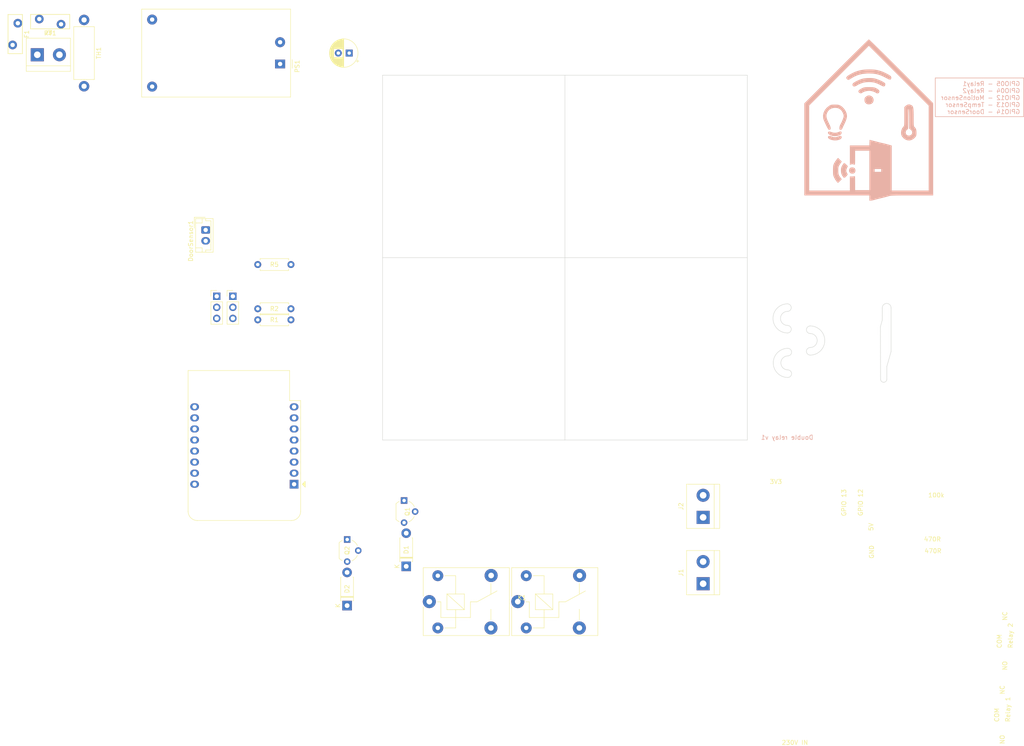
<source format=kicad_pcb>
(kicad_pcb (version 20221018) (generator pcbnew)
  (layers (0 "F.Cu" signal) (31 "B.Cu" signal) (34 "B.Paste" user) (35 "F.Paste" user) (36 "B.SilkS" user "B.Silkscreen") (37 "F.SilkS" user "F.Silkscreen") (38 "B.Mask" user) (39 "F.Mask" user) (44 "Edge.Cuts" user))
  (net 0 "")
  (net 2 "/Relay1_NO")
  (net 3 "Net-(J3-Pin_1)")
  (net 4 "Net-(PS1-AC{slash}N)")
  (net 5 "GND")
  (net 6 "/Door_Sensor")
  (net 7 "+5V")
  (net 8 "/Temp_Sensor")
  (net 9 "/Relay1")
  (net 10 "/Relay2")
  (net 15 "+3.3V")
  (net 16 "/Motion_Sensor")
  (net 20 "Net-(D1-A)")
  (net 21 "Net-(Q1-B)")
  (net 22 "Net-(D2-A)")
  (net 23 "Net-(Q2-B)")
  (net 24 "/Relay1_COM")
  (net 25 "/Relay2_COM")
  (net 26 "/Relay2_NO")
  (net 27 "Net-(PS1-AC{slash}L)")
  (net 28 "Net-(J3-Pin_2)")
  (footprint "TerminalBlock:TerminalBlock_bornier-2_P5.08mm" (layer "F.Cu") (at -18.362043 20.705055)
    (fp_text reference "J3" (at 2.54 -5.08) (layer "F.SilkS"))
    (fp_text value "Screw_Terminal_01x02")
    (pad "1" thru_hole rect (at 0 0) (size 3 3) (drill 1.52) (layers "*.Cu" "*.Mask") (net 3 "Net-(J3-Pin_1)"))
    (pad "2" thru_hole circle (at 5.08 0) (size 3 3) (drill 1.52) (layers "*.Cu" "*.Mask") (net 28 "Net-(J3-Pin_2)"))
  )
  (footprint "Diode_THT:D_DO-41_SOD81_P7.62mm_Horizontal" (layer "F.Cu") (at 66.40025 138.248629 90)
    (fp_text reference "D1" (at 3.81 0 90) (layer "F.SilkS"))
    (fp_text value "1N4001")
    (fp_text user "K" (at 0 -2.1 90) (layer "F.SilkS"))
    (pad "1" thru_hole rect (at 0 0 90) (size 2.2 2.2) (drill 1.1) (layers "*.Cu" "*.Mask") (net 7 "+5V"))
    (pad "2" thru_hole oval (at 7.62 0 90) (size 2.2 2.2) (drill 1.1) (layers "*.Cu" "*.Mask") (net 20 "Net-(D1-A)"))
  )
  (footprint "TerminalBlock:TerminalBlock_bornier-2_P5.08mm" (layer "F.Cu") (at 134.62 142.24 90)
    (fp_text reference "J1" (at 2.54 -5.08 90) (layer "F.SilkS"))
    (fp_text value "Screw_Terminal_01x02")
    (pad "1" thru_hole rect (at 0 0 90) (size 3 3) (drill 1.52) (layers "*.Cu" "*.Mask") (net 2 "/Relay1_NO"))
    (pad "2" thru_hole circle (at 5.08 0 90) (size 3 3) (drill 1.52) (layers "*.Cu" "*.Mask") (net 24 "/Relay1_COM"))
  )
  (footprint "Package_TO_SOT_THT:TO-92_Wide" (layer "F.Cu") (at 65.910251 123.124676 -90)
    (fp_text reference "Q1" (at 2.54 -0.77 90) (layer "F.SilkS"))
    (fp_text value "2N3904")
    (pad "1" thru_hole rect (at 0 0 270) (size 1.5 1.5) (drill 0.8) (layers "*.Cu" "*.Mask") (net 5 "GND"))
    (pad "2" thru_hole circle (at 2.54 -2.54 270) (size 1.5 1.5) (drill 0.8) (layers "*.Cu" "*.Mask") (net 21 "Net-(Q1-B)"))
    (pad "3" thru_hole circle (at 5.08 0 270) (size 1.5 1.5) (drill 0.8) (layers "*.Cu" "*.Mask") (net 20 "Net-(D1-A)"))
  )
  (footprint "Capacitor_THT:CP_Radial_D6.3mm_P2.50mm" (layer "F.Cu") (at 53.3 20.32 180)
    (fp_text reference "C1" hide)
    (fp_text value "470uF")
    (pad "1" thru_hole rect (at 0 0 180) (size 1.6 1.6) (drill 0.8) (layers "*.Cu" "*.Mask") (net 7 "+5V"))
    (pad "2" thru_hole circle (at 2.5 0 180) (size 1.6 1.6) (drill 0.8) (layers "*.Cu" "*.Mask") (net 5 "GND"))
  )
  (footprint "Various_Custom_Parts:resetable_fuse_D9mm_W3.3mm_P5mm" (layer "F.Cu") (at -24.036861 18.455948 90)
    (fp_text reference "F1" (at 2.5 3.25 90) (layer "F.SilkS"))
    (fp_text value "fuse 250V 2A")
    (pad "1" thru_hole circle (at 0 0 90) (size 2 2) (drill 1) (layers "*.Cu" "*.Mask") (net 3 "Net-(J3-Pin_1)"))
    (pad "2" thru_hole circle (at 5 1.2 90) (size 2 2) (drill 1) (layers "*.Cu" "*.Mask") (net 27 "Net-(PS1-AC{slash}L)"))
  )
  (footprint "Resistor_THT:R_Axial_DIN0207_L6.3mm_D2.5mm_P7.62mm_Horizontal" (layer "F.Cu") (at 32.294032 79.065783)
    (fp_text reference "R2" (at 3.81 0) (layer "F.SilkS"))
    (fp_text value "470R")
    (pad "1" thru_hole circle (at 0 0) (size 1.6 1.6) (drill 0.8) (layers "*.Cu" "*.Mask") (net 23 "Net-(Q2-B)"))
    (pad "2" thru_hole oval (at 7.62 0) (size 1.6 1.6) (drill 0.8) (layers "*.Cu" "*.Mask") (net 10 "/Relay2"))
  )
  (footprint "Various_Custom_Parts:resetable_fuse_D9mm_W3.3mm_P5mm" (layer "F.Cu") (at -17.908844 12.488604)
    (fp_text reference "RV1" (at 2.5 3.25) (layer "F.SilkS"))
    (fp_text value "7D391K")
    (pad "1" thru_hole circle (at 0 0) (size 2 2) (drill 1) (layers "*.Cu" "*.Mask") (net 27 "Net-(PS1-AC{slash}L)"))
    (pad "2" thru_hole circle (at 5 1.2) (size 2 2) (drill 1) (layers "*.Cu" "*.Mask") (net 4 "Net-(PS1-AC{slash}N)"))
  )
  (footprint "Relay_THT:Relay_SPDT_SANYOU_SRD_Series_Form_C" (layer "F.Cu") (at 71.71 146.35)
    (fp_text reference "K2" hide)
    (fp_text value "SANYOU_SRD_Form_C")
    (pad "1" thru_hole circle (at 0 0 90) (size 3 3) (drill 1.3) (layers "*.Cu" "*.Mask") (net 25 "/Relay2_COM"))
    (pad "2" thru_hole circle (at 1.95 6.05 90) (size 2.5 2.5) (drill 1) (layers "*.Cu" "*.Mask") (net 7 "+5V"))
    (pad "3" thru_hole circle (at 14.15 6.05 90) (size 3 3) (drill 1.3) (layers "*.Cu" "*.Mask") (net 26 "/Relay2_NO"))
    (pad "4" thru_hole circle (at 14.2 -6 90) (size 3 3) (drill 1.3) (layers "*.Cu" "*.Mask"))
    (pad "5" thru_hole circle (at 1.95 -5.95 90) (size 2.5 2.5) (drill 1) (layers "*.Cu" "*.Mask") (net 22 "Net-(D2-A)"))
  )
  (footprint "Relay_THT:Relay_SPDT_SANYOU_SRD_Series_Form_C" (layer "F.Cu") (at 92.03 146.35)
    (fp_text reference "K1" (at 0.967221 -0.875574) (layer "F.SilkS"))
    (fp_text value "SANYOU_SRD_Form_C")
    (pad "1" thru_hole circle (at 0 0 90) (size 3 3) (drill 1.3) (layers "*.Cu" "*.Mask") (net 24 "/Relay1_COM"))
    (pad "2" thru_hole circle (at 1.95 6.05 90) (size 2.5 2.5) (drill 1) (layers "*.Cu" "*.Mask") (net 7 "+5V"))
    (pad "3" thru_hole circle (at 14.15 6.05 90) (size 3 3) (drill 1.3) (layers "*.Cu" "*.Mask") (net 2 "/Relay1_NO"))
    (pad "4" thru_hole circle (at 14.2 -6 90) (size 3 3) (drill 1.3) (layers "*.Cu" "*.Mask"))
    (pad "5" thru_hole circle (at 1.95 -5.95 90) (size 2.5 2.5) (drill 1) (layers "*.Cu" "*.Mask") (net 20 "Net-(D1-A)"))
  )
  (footprint "Diode_THT:D_DO-41_SOD81_P7.62mm_Horizontal" (layer "F.Cu") (at 52.814652 147.265221 90)
    (fp_text reference "D2" (at 3.81 0 90) (layer "F.SilkS"))
    (fp_text value "1N4001")
    (fp_text user "K" (at 0 -2.1 90) (layer "F.SilkS"))
    (pad "1" thru_hole rect (at 0 0 90) (size 2.2 2.2) (drill 1.1) (layers "*.Cu" "*.Mask") (net 7 "+5V"))
    (pad "2" thru_hole oval (at 7.62 0 90) (size 2.2 2.2) (drill 1.1) (layers "*.Cu" "*.Mask") (net 22 "Net-(D2-A)"))
  )
  (footprint "Connector_PinHeader_2.54mm:PinHeader_1x03_P2.54mm_Vertical" (layer "F.Cu") (at 26.570234 76.2)
    (fp_text reference "MotionSensor1" hide)
    (fp_text value "Conn_01x03_Pin" hide)
    (pad "1" thru_hole rect (at 0 0) (size 1.7 1.7) (drill 1) (layers "*.Cu" "*.Mask") (net 7 "+5V"))
    (pad "2" thru_hole oval (at 0 2.54) (size 1.7 1.7) (drill 1) (layers "*.Cu" "*.Mask") (net 16 "/Motion_Sensor"))
    (pad "3" thru_hole oval (at 0 5.08) (size 1.7 1.7) (drill 1) (layers "*.Cu" "*.Mask") (net 5 "GND"))
  )
  (footprint "Resistor_THT:R_Axial_DIN0207_L6.3mm_D2.5mm_P7.62mm_Horizontal" (layer "F.Cu") (at 32.294032 81.605783)
    (fp_text reference "R1" (at 3.81 0) (layer "F.SilkS"))
    (fp_text value "470R")
    (pad "1" thru_hole circle (at 0 0) (size 1.6 1.6) (drill 0.8) (layers "*.Cu" "*.Mask") (net 21 "Net-(Q1-B)"))
    (pad "2" thru_hole oval (at 7.62 0) (size 1.6 1.6) (drill 0.8) (layers "*.Cu" "*.Mask") (net 9 "/Relay1"))
  )
  (footprint "Resistor_THT:R_Axial_DIN0414_L11.9mm_D4.5mm_P15.24mm_Horizontal" (layer "F.Cu") (at -7.62 12.7 -90)
    (fp_text reference "TH1" (at 7.62 -3.37 90) (layer "F.SilkS"))
    (fp_text value "Thermistor")
    (pad "1" thru_hole circle (at 0 0 270) (size 2.4 2.4) (drill 1.2) (layers "*.Cu" "*.Mask") (net 4 "Net-(PS1-AC{slash}N)"))
    (pad "2" thru_hole oval (at 15.24 0 270) (size 2.4 2.4) (drill 1.2) (layers "*.Cu" "*.Mask") (net 28 "Net-(J3-Pin_2)"))
  )
  (footprint "Package_TO_SOT_THT:TO-92_Wide" (layer "F.Cu") (at 52.84 132.08 -90)
    (fp_text reference "Q2" (at 2.54 0 90) (layer "F.SilkS"))
    (fp_text value "2N3904")
    (pad "1" thru_hole rect (at 0 0 270) (size 1.5 1.5) (drill 0.8) (layers "*.Cu" "*.Mask") (net 5 "GND"))
    (pad "2" thru_hole circle (at 2.54 -2.54 270) (size 1.5 1.5) (drill 0.8) (layers "*.Cu" "*.Mask") (net 23 "Net-(Q2-B)"))
    (pad "3" thru_hole circle (at 5.08 0 270) (size 1.5 1.5) (drill 0.8) (layers "*.Cu" "*.Mask") (net 22 "Net-(D2-A)"))
  )
  (footprint "Resistor_THT:R_Axial_DIN0207_L6.3mm_D2.5mm_P7.62mm_Horizontal" (layer "F.Cu") (at 39.914032 68.905783 180)
    (fp_text reference "R5" (at 3.81 0) (layer "F.SilkS"))
    (fp_text value "100k")
    (pad "1" thru_hole circle (at 0 0 180) (size 1.6 1.6) (drill 0.8) (layers "*.Cu" "*.Mask") (net 6 "/Door_Sensor"))
    (pad "2" thru_hole oval (at 7.62 0 180) (size 1.6 1.6) (drill 0.8) (layers "*.Cu" "*.Mask") (net 5 "GND"))
  )
  (footprint "Connector_JST:JST_EH_B2B-EH-A_1x02_P2.50mm_Vertical" (layer "F.Cu") (at 20.32 60.96 -90)
    (fp_text reference "DoorSensor1" (at 2.54 3.43197 90) (layer "F.SilkS"))
    (fp_text value "Conn_01x02_Pin" hide)
    (pad "1" thru_hole roundrect (at 0 0 270) (size 1.7 2) (drill 1) (layers "*.Cu" "*.Mask") (roundrect_rratio 0.1470588235) (net 15 "+3.3V"))
    (pad "2" thru_hole oval (at 2.5 0 270) (size 1.7 2) (drill 1) (layers "*.Cu" "*.Mask") (net 6 "/Door_Sensor"))
  )
  (footprint "Converter_ACDC:Converter_ACDC_HiLink_HLK-PMxx" (layer "F.Cu") (at 37.4225 22.82 180)
    (fp_text reference "PS1" (at -3.94 -0.55 90) (layer "F.SilkS"))
    (fp_text value "HLK-PM01")
    (pad "1" thru_hole rect (at 0 0 180) (size 2.3 2) (drill 1) (layers "*.Cu" "*.Mask") (net 27 "Net-(PS1-AC{slash}L)"))
    (pad "2" thru_hole circle (at 0 5 180) (size 2.3 2.3) (drill 1) (layers "*.Cu" "*.Mask") (net 4 "Net-(PS1-AC{slash}N)"))
    (pad "3" thru_hole circle (at 29.4 -5.2 180) (size 2.3 2.3) (drill 1) (layers "*.Cu" "*.Mask") (net 5 "GND"))
    (pad "4" thru_hole circle (at 29.4 10.2 180) (size 2.3 2.3) (drill 1) (layers "*.Cu" "*.Mask") (net 7 "+5V"))
  )
  (footprint "Module:WEMOS_D1_mini_light" (layer "F.Cu") (at 40.64 119.38 180)
    (fp_text reference "U1" hide)
    (fp_text value "WeMos_D1_mini")
    (pad "1" thru_hole rect (at 0 0 180) (size 2 2) (drill 1) (layers "*.Cu" "*.Mask"))
    (pad "2" thru_hole oval (at 0 2.54 180) (size 2 1.6) (drill 1) (layers "*.Cu" "*.Mask"))
    (pad "3" thru_hole oval (at 0 5.08 180) (size 2 1.6) (drill 1) (layers "*.Cu" "*.Mask"))
    (pad "4" thru_hole oval (at 0 7.62 180) (size 2 1.6) (drill 1) (layers "*.Cu" "*.Mask") (net 6 "/Door_Sensor"))
    (pad "5" thru_hole oval (at 0 10.16 180) (size 2 1.6) (drill 1) (layers "*.Cu" "*.Mask") (net 16 "/Motion_Sensor"))
    (pad "6" thru_hole oval (at 0 12.7 180) (size 2 1.6) (drill 1) (layers "*.Cu" "*.Mask") (net 8 "/Temp_Sensor"))
    (pad "7" thru_hole oval (at 0 15.24 180) (size 2 1.6) (drill 1) (layers "*.Cu" "*.Mask"))
    (pad "8" thru_hole oval (at 0 17.78 180) (size 2 1.6) (drill 1) (layers "*.Cu" "*.Mask") (net 15 "+3.3V"))
    (pad "9" thru_hole oval (at 22.86 17.78 180) (size 2 1.6) (drill 1) (layers "*.Cu" "*.Mask") (net 7 "+5V"))
    (pad "10" thru_hole oval (at 22.86 15.24 180) (size 2 1.6) (drill 1) (layers "*.Cu" "*.Mask") (net 5 "GND"))
    (pad "11" thru_hole oval (at 22.86 12.7 180) (size 2 1.6) (drill 1) (layers "*.Cu" "*.Mask"))
    (pad "12" thru_hole oval (at 22.86 10.16 180) (size 2 1.6) (drill 1) (layers "*.Cu" "*.Mask"))
    (pad "13" thru_hole oval (at 22.86 7.62 180) (size 2 1.6) (drill 1) (layers "*.Cu" "*.Mask") (net 9 "/Relay1"))
    (pad "14" thru_hole oval (at 22.86 5.08 180) (size 2 1.6) (drill 1) (layers "*.Cu" "*.Mask") (net 10 "/Relay2"))
    (pad "15" thru_hole oval (at 22.86 2.54 180) (size 2 1.6) (drill 1) (layers "*.Cu" "*.Mask"))
    (pad "16" thru_hole oval (at 22.86 0 180) (size 2 1.6) (drill 1) (layers "*.Cu" "*.Mask"))
  )
  (footprint "TerminalBlock:TerminalBlock_bornier-2_P5.08mm" (layer "F.Cu") (at 134.62 127 90)
    (fp_text reference "J2" (at 2.54 -5.08 90) (layer "F.SilkS"))
    (fp_text value "Screw_Terminal_01x02")
    (pad "1" thru_hole rect (at 0 0 90) (size 3 3) (drill 1.52) (layers "*.Cu" "*.Mask") (net 26 "/Relay2_NO"))
    (pad "2" thru_hole circle (at 5.08 0 90) (size 3 3) (drill 1.52) (layers "*.Cu" "*.Mask") (net 25 "/Relay2_COM"))
  )
  (footprint "Connector_PinHeader_2.54mm:PinHeader_1x03_P2.54mm_Vertical" (layer "F.Cu") (at 22.86 76.2)
    (fp_text reference "TempSensor1" hide)
    (fp_text value "Conn_01x03_Pin" hide)
    (pad "1" thru_hole rect (at 0 0) (size 1.7 1.7) (drill 1) (layers "*.Cu" "*.Mask") (net 7 "+5V"))
    (pad "2" thru_hole oval (at 0 2.54) (size 1.7 1.7) (drill 1) (layers "*.Cu" "*.Mask") (net 8 "/Temp_Sensor"))
    (pad "3" thru_hole oval (at 0 5.08) (size 1.7 1.7) (drill 1) (layers "*.Cu" "*.Mask") (net 5 "GND"))
  )
  (footprint "LOGO" (layer "B.Cu") (at 172.72 35.56 180)
    (fp_text reference "G***" hide)
    (fp_text value "LOGO" hide)
  )
  (gr_line (start 177.8 78.847176) (end 177.8 88.9) (stroke (width 0.1)) (layer "Edge.Cuts"))
  (gr_arc (start 154.079772 93.11288) (mid 154.940021 93.980021) (end 154.085353 94.852621) (stroke (width 0.1)) (layer "Edge.Cuts"))
  (gr_line (start 102.87 25.4) (end 102.87 109.22) (stroke (width 0.1)) (layer "Edge.Cuts"))
  (gr_arc (start 154.00185 82.889393) (mid 152.39997 81.280001) (end 154.004475 79.673225) (stroke (width 0.1)) (layer "Edge.Cuts"))
  (gr_arc (start 154.085353 94.852621) (mid 150.740999 91.507637) (end 154.079643 88.15695) (stroke (width 0.1)) (layer "Edge.Cuts"))
  (gr_arc (start 159.221357 89.710686) (mid 158.361084 88.843535) (end 159.215776 87.970945) (stroke (width 0.1)) (layer "Edge.Cuts"))
  (gr_arc (start 153.999023 82.889414) (mid 154.85921 83.756523) (end 154.004604 84.629155) (stroke (width 0.1)) (layer "Edge.Cuts"))
  (gr_arc (start 159.221228 84.754755) (mid 158.361015 83.887635) (end 159.215647 83.015014) (stroke (width 0.1)) (layer "Edge.Cuts"))
  (gr_line (start 144.78 109.22) (end 60.96 109.22) (stroke (width 0.1)) (layer "Edge.Cuts"))
  (gr_line (start 175.386187 95.232711) (end 175.357789 83.192041) (stroke (width 0.1)) (layer "Edge.Cuts"))
  (gr_line (start 60.96 67.31) (end 144.78 67.31) (stroke (width 0.1)) (layer "Edge.Cuts"))
  (gr_line (start 175.357789 83.192041) (end 175.783756 81.630161) (stroke (width 0.1)) (layer "Edge.Cuts"))
  (gr_line (start 177.8 88.9) (end 176.834475 92.307737) (stroke (width 0.1)) (layer "Edge.Cuts"))
  (gr_line (start 176.834475 92.307737) (end 176.834475 95.232711) (stroke (width 0.1)) (layer "Edge.Cuts"))
  (gr_arc (start 154.082599 93.112859) (mid 152.48078 91.503499) (end 154.085224 89.896691) (stroke (width 0.1)) (layer "Edge.Cuts"))
  (gr_line (start 144.78 25.4) (end 144.78 109.22) (stroke (width 0.1)) (layer "Edge.Cuts"))
  (gr_line (start 60.96 109.22) (end 60.96 25.4) (stroke (width 0.1)) (layer "Edge.Cuts"))
  (gr_line (start 175.783756 81.630161) (end 175.791641 78.818581) (stroke (width 0.1)) (layer "Edge.Cuts"))
  (gr_arc (start 159.215647 83.015014) (mid 162.559997 86.359999) (end 159.221357 89.710685) (stroke (width 0.1)) (layer "Edge.Cuts"))
  (gr_arc (start 153.998894 77.933483) (mid 154.859141 78.800623) (end 154.004475 79.673224) (stroke (width 0.1)) (layer "Edge.Cuts"))
  (gr_arc (start 176.834475 95.232711) (mid 176.110331 95.956855) (end 175.386187 95.232711) (stroke (width 0.1)) (layer "Edge.Cuts"))
  (gr_arc (start 154.004604 84.629155) (mid 150.660248 81.284169) (end 153.998894 77.933484) (stroke (width 0.1)) (layer "Edge.Cuts"))
  (gr_line (start 60.96 25.4) (end 144.78 25.4) (stroke (width 0.1)) (layer "Edge.Cuts"))
  (gr_arc (start 175.791642 78.818581) (mid 176.810079 77.82876) (end 177.8 78.847176) (stroke (width 0.1)) (layer "Edge.Cuts"))
  (gr_arc (start 154.079643 88.156949) (mid 154.939852 89.024022) (end 154.085224 89.89669) (stroke (width 0.1)) (layer "Edge.Cuts"))
  (gr_arc (start 159.218401 84.754776) (mid 160.820256 86.364157) (end 159.215776 87.970944) (stroke (width 0.1)) (layer "Edge.Cuts"))
  (gr_text "Double relay v1\n" (at 160.02 109.22) (layer "B.SilkS") (effects (font (size 1 1)) (justify left bottom mirror)))
  (gr_text "470R" (at 185.410323 135.298555) (layer "F.SilkS") (effects (font (size 1 1)) (justify left bottom)))
  (gr_text "NC\n" (at 204.550482 150.791874 90) (layer "F.SilkS") (effects (font (size 1 1)) (justify left bottom)))
  (gr_text "GPIO 12" (at 171.382561 126.763742 90) (layer "F.SilkS") (effects (font (size 1 1)) (justify left bottom)))
  (gr_text "230V IN\n" (at 152.611118 179.331603) (layer "F.SilkS") (effects (font (size 1 1)) (justify left bottom)))
  (gr_text "COM\n" (at 202.689067 174.095795 90) (layer "F.SilkS") (effects (font (size 1 1)) (justify left bottom)))
  (gr_text "NO" (at 204.550482 162.221874 90) (layer "F.SilkS") (effects (font (size 1 1)) (justify left bottom)))
  (gr_text "Relay 2" (at 205.820482 157.141874 90) (layer "F.SilkS") (effects (font (size 1 1)) (justify left bottom)))
  (gr_text "NC\n" (at 203.959067 167.745795 90) (layer "F.SilkS") (effects (font (size 1 1)) (justify left bottom)))
  (gr_text "470R" (at 185.272778 132.602685) (layer "F.SilkS") (effects (font (size 1 1)) (justify left bottom)))
  (gr_text "NO" (at 203.959067 179.175795 90) (layer "F.SilkS") (effects (font (size 1 1)) (justify left bottom)))
  (gr_text "Relay 1" (at 205.229067 174.095795 90) (layer "F.SilkS") (effects (font (size 1 1)) (justify left bottom)))
  (gr_text "GND" (at 173.92523 136.561709 90) (layer "F.SilkS") (effects (font (size 1 1)) (justify left bottom)))
  (gr_text "5V\n" (at 173.793187 130.190651 90) (layer "F.SilkS") (effects (font (size 1 1)) (justify left bottom)))
  (gr_text "GPIO 13" (at 167.560719 126.820785 90) (layer "F.SilkS") (effects (font (size 1 1)) (justify left bottom)))
  (gr_text "100k" (at 186.253416 122.486808) (layer "F.SilkS") (effects (font (size 1 1)) (justify left bottom)))
  (gr_text "COM\n" (at 203.280482 157.141874 90) (layer "F.SilkS") (effects (font (size 1 1)) (justify left bottom)))
  (gr_text "3V3" (at 149.86 119.38) (layer "F.SilkS") (effects (font (size 1 1)) (justify left bottom)))
  (gr_text_box "GPIO05 - Relay1\nGPIO04 - Relay2\nGPIO12 - MotionSensor\nGPIO13 - TempSensor\nGPIO14 - DoorSensor" (start 187.96 26.035) (end 208.28 34.925) (layer "B.SilkS") (effects (font (size 1 1)) (justify left top mirror)) (stroke (width 0.15)))
)
</source>
